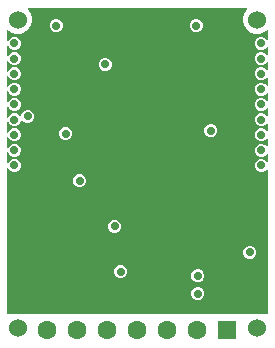
<source format=gbr>
%TF.GenerationSoftware,Altium Limited,Altium Designer,22.10.1 (41)*%
G04 Layer_Physical_Order=4*
G04 Layer_Color=6736896*
%FSLAX45Y45*%
%MOMM*%
%TF.SameCoordinates,31040185-1CDC-4878-9C2F-C35C27A90F04*%
%TF.FilePolarity,Positive*%
%TF.FileFunction,Copper,L4,Inr,Signal*%
%TF.Part,Single*%
G01*
G75*
%TA.AperFunction,ViaPad*%
%ADD26C,1.52400*%
%TA.AperFunction,ComponentPad*%
%ADD27C,1.60000*%
%ADD28R,1.60000X1.60000*%
%TA.AperFunction,ViaPad*%
%ADD29C,0.70000*%
G36*
X2132594Y2892300D02*
X2118976Y2878682D01*
X2103178Y2851318D01*
X2095000Y2820798D01*
Y2789202D01*
X2103178Y2758682D01*
X2118976Y2731318D01*
X2141318Y2708976D01*
X2168681Y2693178D01*
X2199202Y2685000D01*
X2230798D01*
X2261318Y2693178D01*
X2288682Y2708976D01*
X2298267Y2718561D01*
X2310000Y2713701D01*
Y2637055D01*
X2297300Y2634529D01*
X2296627Y2636154D01*
X2281155Y2651626D01*
X2260940Y2659999D01*
X2239060D01*
X2218845Y2651626D01*
X2203374Y2636154D01*
X2195000Y2615939D01*
Y2594059D01*
X2203374Y2573844D01*
X2218845Y2558373D01*
X2239060Y2549999D01*
X2260940D01*
X2281155Y2558373D01*
X2296627Y2573844D01*
X2297300Y2575470D01*
X2310000Y2572944D01*
Y2507680D01*
X2297300Y2505154D01*
X2296627Y2506779D01*
X2281155Y2522251D01*
X2260940Y2530624D01*
X2239060D01*
X2218845Y2522251D01*
X2203374Y2506779D01*
X2195000Y2486564D01*
Y2464684D01*
X2203374Y2444469D01*
X2218845Y2428998D01*
X2239060Y2420624D01*
X2260940D01*
X2281155Y2428998D01*
X2296627Y2444469D01*
X2297300Y2446095D01*
X2310000Y2443569D01*
Y2378305D01*
X2297300Y2375779D01*
X2296627Y2377404D01*
X2281155Y2392876D01*
X2260940Y2401249D01*
X2239060D01*
X2218845Y2392876D01*
X2203374Y2377404D01*
X2195000Y2357189D01*
Y2335309D01*
X2203374Y2315094D01*
X2218845Y2299623D01*
X2239060Y2291249D01*
X2260940D01*
X2281155Y2299623D01*
X2296627Y2315094D01*
X2297300Y2316720D01*
X2310000Y2314194D01*
Y2248930D01*
X2297300Y2246404D01*
X2296627Y2248029D01*
X2281155Y2263501D01*
X2260940Y2271874D01*
X2239060D01*
X2218845Y2263501D01*
X2203374Y2248029D01*
X2195000Y2227814D01*
Y2205934D01*
X2203374Y2185720D01*
X2218845Y2170248D01*
X2239060Y2161875D01*
X2260940D01*
X2281155Y2170248D01*
X2296627Y2185720D01*
X2297300Y2187345D01*
X2310000Y2184819D01*
Y2119555D01*
X2297300Y2117029D01*
X2296627Y2118654D01*
X2281155Y2134126D01*
X2260940Y2142499D01*
X2239060D01*
X2218845Y2134126D01*
X2203374Y2118654D01*
X2195000Y2098440D01*
Y2076559D01*
X2203374Y2056345D01*
X2218845Y2040873D01*
X2239060Y2032500D01*
X2260940D01*
X2281155Y2040873D01*
X2296627Y2056345D01*
X2297300Y2057970D01*
X2310000Y2055444D01*
Y1992556D01*
X2299009Y1989649D01*
X2297300Y1989590D01*
X2282139Y2004751D01*
X2261924Y2013124D01*
X2240044D01*
X2219829Y2004751D01*
X2204358Y1989279D01*
X2195984Y1969065D01*
Y1947185D01*
X2204358Y1926970D01*
X2219829Y1911498D01*
X2240044Y1903125D01*
X2261924D01*
X2282139Y1911498D01*
X2297300Y1926659D01*
X2299009Y1926600D01*
X2310000Y1923693D01*
Y1863181D01*
X2299009Y1860274D01*
X2297300Y1860215D01*
X2282139Y1875376D01*
X2261924Y1883750D01*
X2240044D01*
X2219829Y1875376D01*
X2204358Y1859905D01*
X2195984Y1839690D01*
Y1817810D01*
X2204358Y1797595D01*
X2219829Y1782123D01*
X2240044Y1773750D01*
X2261924D01*
X2282139Y1782123D01*
X2297300Y1797284D01*
X2299009Y1797225D01*
X2310000Y1794318D01*
Y1733806D01*
X2299009Y1730900D01*
X2297300Y1730840D01*
X2282139Y1746001D01*
X2261924Y1754375D01*
X2240044D01*
X2219829Y1746001D01*
X2204358Y1730530D01*
X2195984Y1710315D01*
Y1688435D01*
X2204358Y1668220D01*
X2219829Y1652748D01*
X2240044Y1644375D01*
X2261924D01*
X2282139Y1652748D01*
X2297300Y1667909D01*
X2299009Y1667850D01*
X2310000Y1664944D01*
Y1604431D01*
X2299009Y1601525D01*
X2297300Y1601465D01*
X2282139Y1616626D01*
X2261924Y1625000D01*
X2240044D01*
X2219829Y1616626D01*
X2204358Y1601155D01*
X2195984Y1580940D01*
Y1559060D01*
X2204358Y1538845D01*
X2219829Y1523373D01*
X2240044Y1515000D01*
X2261924D01*
X2282139Y1523373D01*
X2297300Y1538534D01*
X2299009Y1538475D01*
X2310000Y1535569D01*
Y310000D01*
X95000D01*
Y1550015D01*
X107700Y1552541D01*
X113373Y1538845D01*
X128845Y1523373D01*
X149060Y1515000D01*
X170940D01*
X191155Y1523373D01*
X206626Y1538845D01*
X215000Y1559060D01*
Y1580940D01*
X206626Y1601155D01*
X191155Y1616626D01*
X170940Y1625000D01*
X149060D01*
X128845Y1616626D01*
X113373Y1601155D01*
X107700Y1587458D01*
X95000Y1589985D01*
Y1681765D01*
X107700Y1684292D01*
X114357Y1668220D01*
X129829Y1652748D01*
X150044Y1644375D01*
X171924D01*
X192139Y1652748D01*
X207610Y1668220D01*
X215984Y1688435D01*
Y1710315D01*
X207610Y1730530D01*
X192139Y1746001D01*
X171924Y1754375D01*
X150044D01*
X129829Y1746001D01*
X114357Y1730530D01*
X107700Y1714458D01*
X95000Y1716984D01*
Y1811140D01*
X107700Y1813667D01*
X114357Y1797595D01*
X129829Y1782123D01*
X150044Y1773750D01*
X171924D01*
X192139Y1782123D01*
X207610Y1797595D01*
X215984Y1817810D01*
Y1839690D01*
X207610Y1859905D01*
X192139Y1875376D01*
X171924Y1883750D01*
X150044D01*
X129829Y1875376D01*
X114357Y1859905D01*
X107700Y1843833D01*
X95000Y1846359D01*
Y1940515D01*
X107700Y1943042D01*
X114357Y1926970D01*
X129829Y1911498D01*
X150044Y1903125D01*
X171924D01*
X192139Y1911498D01*
X207610Y1926970D01*
X215984Y1947185D01*
Y1950570D01*
X226976Y1953476D01*
X228684Y1953535D01*
X243845Y1938374D01*
X264060Y1930000D01*
X285940D01*
X306155Y1938374D01*
X321626Y1953845D01*
X330000Y1974060D01*
Y1995940D01*
X321626Y2016155D01*
X306155Y2031627D01*
X285940Y2040000D01*
X264060D01*
X243845Y2031627D01*
X228373Y2016155D01*
X220000Y1995940D01*
Y1992555D01*
X209007Y1989649D01*
X207300Y1989590D01*
X192139Y2004751D01*
X171924Y2013124D01*
X150044D01*
X129829Y2004751D01*
X114357Y1989279D01*
X107700Y1973208D01*
X95000Y1975734D01*
Y2067515D01*
X107700Y2070041D01*
X113373Y2056345D01*
X128845Y2040873D01*
X149060Y2032500D01*
X170940D01*
X191155Y2040873D01*
X206626Y2056345D01*
X215000Y2076559D01*
Y2098440D01*
X206626Y2118654D01*
X191155Y2134126D01*
X170940Y2142499D01*
X149060D01*
X128845Y2134126D01*
X113373Y2118654D01*
X107700Y2104958D01*
X95000Y2107484D01*
Y2196890D01*
X107700Y2199416D01*
X113373Y2185720D01*
X128845Y2170248D01*
X149060Y2161875D01*
X170940D01*
X191155Y2170248D01*
X206626Y2185720D01*
X215000Y2205934D01*
Y2227814D01*
X206626Y2248029D01*
X191155Y2263501D01*
X170940Y2271874D01*
X149060D01*
X128845Y2263501D01*
X113373Y2248029D01*
X107700Y2234333D01*
X95000Y2236859D01*
Y2326265D01*
X107700Y2328791D01*
X113373Y2315094D01*
X128845Y2299623D01*
X149060Y2291249D01*
X170940D01*
X191155Y2299623D01*
X206626Y2315094D01*
X215000Y2335309D01*
Y2357189D01*
X206626Y2377404D01*
X191155Y2392876D01*
X170940Y2401249D01*
X149060D01*
X128845Y2392876D01*
X113373Y2377404D01*
X107700Y2363708D01*
X95000Y2366234D01*
Y2455639D01*
X107700Y2458166D01*
X113373Y2444469D01*
X128845Y2428998D01*
X149060Y2420624D01*
X170940D01*
X191155Y2428998D01*
X206626Y2444469D01*
X215000Y2464684D01*
Y2486564D01*
X206626Y2506779D01*
X191155Y2522251D01*
X170940Y2530624D01*
X149060D01*
X128845Y2522251D01*
X113373Y2506779D01*
X107700Y2493083D01*
X95000Y2495609D01*
Y2585014D01*
X107700Y2587541D01*
X113373Y2573844D01*
X128845Y2558373D01*
X149060Y2549999D01*
X170940D01*
X191155Y2558373D01*
X206626Y2573844D01*
X215000Y2594059D01*
Y2615939D01*
X206626Y2636154D01*
X191155Y2651626D01*
X170940Y2659999D01*
X149060D01*
X128845Y2651626D01*
X113373Y2636154D01*
X107700Y2622458D01*
X95000Y2624984D01*
Y2713700D01*
X106733Y2718561D01*
X116318Y2708976D01*
X143681Y2693178D01*
X174202Y2685000D01*
X205798D01*
X236318Y2693178D01*
X263682Y2708976D01*
X286024Y2731318D01*
X301822Y2758682D01*
X310000Y2789202D01*
Y2820798D01*
X301822Y2851318D01*
X286024Y2878682D01*
X272406Y2892300D01*
X277666Y2905000D01*
X2127334D01*
X2132594Y2892300D01*
D02*
G37*
%LPC*%
G36*
X1710940Y2810000D02*
X1689060D01*
X1668845Y2801627D01*
X1653373Y2786155D01*
X1645000Y2765940D01*
Y2744060D01*
X1653373Y2723845D01*
X1668845Y2708374D01*
X1689060Y2700000D01*
X1710940D01*
X1731155Y2708374D01*
X1746626Y2723845D01*
X1755000Y2744060D01*
Y2765940D01*
X1746626Y2786155D01*
X1731155Y2801627D01*
X1710940Y2810000D01*
D02*
G37*
G36*
X525940D02*
X504060D01*
X483845Y2801627D01*
X468373Y2786155D01*
X460000Y2765940D01*
Y2744060D01*
X468373Y2723845D01*
X483845Y2708374D01*
X504060Y2700000D01*
X525940D01*
X546155Y2708374D01*
X561627Y2723845D01*
X570000Y2744060D01*
Y2765940D01*
X561627Y2786155D01*
X546155Y2801627D01*
X525940Y2810000D01*
D02*
G37*
G36*
X940940Y2480000D02*
X919060D01*
X898845Y2471627D01*
X883373Y2456155D01*
X875000Y2435940D01*
Y2414060D01*
X883373Y2393845D01*
X898845Y2378373D01*
X919060Y2370000D01*
X940940D01*
X961155Y2378373D01*
X976626Y2393845D01*
X985000Y2414060D01*
Y2435940D01*
X976626Y2456155D01*
X961155Y2471627D01*
X940940Y2480000D01*
D02*
G37*
G36*
X1835940Y1920000D02*
X1814060D01*
X1793845Y1911627D01*
X1778373Y1896155D01*
X1770000Y1875940D01*
Y1854060D01*
X1778373Y1833845D01*
X1793845Y1818374D01*
X1814060Y1810000D01*
X1835940D01*
X1856155Y1818374D01*
X1871626Y1833845D01*
X1880000Y1854060D01*
Y1875940D01*
X1871626Y1896155D01*
X1856155Y1911627D01*
X1835940Y1920000D01*
D02*
G37*
G36*
X605940Y1895000D02*
X584060D01*
X563845Y1886626D01*
X548374Y1871155D01*
X540000Y1850940D01*
Y1829060D01*
X548374Y1808845D01*
X563845Y1793373D01*
X584060Y1785000D01*
X605940D01*
X626155Y1793373D01*
X641627Y1808845D01*
X650000Y1829060D01*
Y1850940D01*
X641627Y1871155D01*
X626155Y1886626D01*
X605940Y1895000D01*
D02*
G37*
G36*
X725940Y1495000D02*
X704060D01*
X683845Y1486626D01*
X668374Y1471155D01*
X660000Y1450940D01*
Y1429060D01*
X668374Y1408845D01*
X683845Y1393373D01*
X704060Y1385000D01*
X725940D01*
X746155Y1393373D01*
X761627Y1408845D01*
X770000Y1429060D01*
Y1450940D01*
X761627Y1471155D01*
X746155Y1486626D01*
X725940Y1495000D01*
D02*
G37*
G36*
X1021531Y1109117D02*
X999651D01*
X979436Y1100744D01*
X963964Y1085272D01*
X955591Y1065058D01*
Y1043177D01*
X963964Y1022963D01*
X979436Y1007491D01*
X999651Y999118D01*
X1021531D01*
X1041746Y1007491D01*
X1057217Y1022963D01*
X1065591Y1043177D01*
Y1065058D01*
X1057217Y1085272D01*
X1041746Y1100744D01*
X1021531Y1109117D01*
D02*
G37*
G36*
X2165940Y890000D02*
X2144060D01*
X2123845Y881627D01*
X2108373Y866155D01*
X2100000Y845940D01*
Y824060D01*
X2108373Y803845D01*
X2123845Y788374D01*
X2144060Y780000D01*
X2165940D01*
X2186155Y788374D01*
X2201627Y803845D01*
X2210000Y824060D01*
Y845940D01*
X2201627Y866155D01*
X2186155Y881627D01*
X2165940Y890000D01*
D02*
G37*
G36*
X1070940Y725000D02*
X1049060D01*
X1028845Y716626D01*
X1013373Y701155D01*
X1005000Y680940D01*
Y659060D01*
X1013373Y638845D01*
X1028845Y623373D01*
X1049060Y615000D01*
X1070940D01*
X1091155Y623373D01*
X1106626Y638845D01*
X1115000Y659060D01*
Y680940D01*
X1106626Y701155D01*
X1091155Y716626D01*
X1070940Y725000D01*
D02*
G37*
G36*
X1725940Y690000D02*
X1704060D01*
X1683845Y681627D01*
X1668374Y666155D01*
X1660000Y645940D01*
Y624060D01*
X1668374Y603845D01*
X1683845Y588373D01*
X1704060Y580000D01*
X1725940D01*
X1746155Y588373D01*
X1761627Y603845D01*
X1770000Y624060D01*
Y645940D01*
X1761627Y666155D01*
X1746155Y681627D01*
X1725940Y690000D01*
D02*
G37*
G36*
Y540000D02*
X1704060D01*
X1683845Y531627D01*
X1668374Y516155D01*
X1660000Y495940D01*
Y474060D01*
X1668374Y453845D01*
X1683845Y438374D01*
X1704060Y430000D01*
X1725940D01*
X1746155Y438374D01*
X1761627Y453845D01*
X1770000Y474060D01*
Y495940D01*
X1761627Y516155D01*
X1746155Y531627D01*
X1725940Y540000D01*
D02*
G37*
%LPD*%
D26*
X2215000Y190000D02*
D03*
Y2805000D02*
D03*
X190000D02*
D03*
Y190000D02*
D03*
D27*
X946000Y175000D02*
D03*
X1454000D02*
D03*
X1708000D02*
D03*
X1200000D02*
D03*
X692000D02*
D03*
X438000D02*
D03*
D28*
X1962000D02*
D03*
D29*
X885000Y1055000D02*
D03*
X1010591Y1054118D02*
D03*
X1715000Y635000D02*
D03*
X1830000Y545000D02*
D03*
X1715000Y485000D02*
D03*
X2155000Y835000D02*
D03*
X715000Y1440000D02*
D03*
X1060000Y670000D02*
D03*
X930000Y2425000D02*
D03*
X515000Y2755000D02*
D03*
X595000Y1840000D02*
D03*
X770000Y1845000D02*
D03*
X275000Y1985000D02*
D03*
X2250000Y2604999D02*
D03*
Y2475624D02*
D03*
Y2346249D02*
D03*
Y2216874D02*
D03*
Y2087500D02*
D03*
X2250984Y1958125D02*
D03*
Y1828750D02*
D03*
Y1699375D02*
D03*
Y1570000D02*
D03*
X160000Y2604999D02*
D03*
Y2475624D02*
D03*
Y2346249D02*
D03*
Y2216874D02*
D03*
Y2087500D02*
D03*
X160984Y1958125D02*
D03*
Y1828750D02*
D03*
Y1699375D02*
D03*
X160000Y1570000D02*
D03*
X1700000Y2755000D02*
D03*
X1200000Y2720000D02*
D03*
X1415000Y1925000D02*
D03*
X1825000Y1865000D02*
D03*
%TF.MD5,003e5a122b73698fe7f43ce2dcf414ca*%
M02*

</source>
